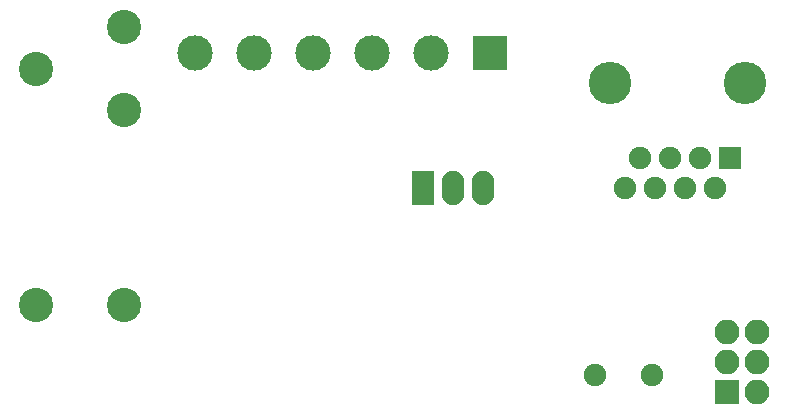
<source format=gbr>
G04 #@! TF.GenerationSoftware,KiCad,Pcbnew,(5.0.0)*
G04 #@! TF.CreationDate,2018-10-13T15:30:37-04:00*
G04 #@! TF.ProjectId,GLVColoumbCounterTest,474C56436F6C6F756D62436F756E7465,rev?*
G04 #@! TF.SameCoordinates,Original*
G04 #@! TF.FileFunction,Soldermask,Bot*
G04 #@! TF.FilePolarity,Negative*
%FSLAX46Y46*%
G04 Gerber Fmt 4.6, Leading zero omitted, Abs format (unit mm)*
G04 Created by KiCad (PCBNEW (5.0.0)) date 10/13/18 15:30:37*
%MOMM*%
%LPD*%
G01*
G04 APERTURE LIST*
%ADD10C,2.900000*%
%ADD11C,3.600000*%
%ADD12R,1.900000X1.900000*%
%ADD13C,1.900000*%
%ADD14R,3.000000X3.000000*%
%ADD15C,3.000000*%
%ADD16R,1.900000X2.900000*%
%ADD17O,1.900000X2.900000*%
%ADD18R,2.100000X2.100000*%
%ADD19O,2.100000X2.100000*%
G04 APERTURE END LIST*
D10*
G04 #@! TO.C,K1*
X109982000Y-54366000D03*
X102482000Y-50866000D03*
X109982000Y-47366000D03*
X102482000Y-70866000D03*
X109982000Y-70866000D03*
G04 #@! TD*
D11*
G04 #@! TO.C,J2*
X151130000Y-52070000D03*
X162560000Y-52070000D03*
D12*
X161290000Y-58420000D03*
D13*
X160020000Y-60960000D03*
X158750000Y-58420000D03*
X157480000Y-60960000D03*
X156210000Y-58420000D03*
X154940000Y-60960000D03*
X153670000Y-58420000D03*
X152400000Y-60960000D03*
G04 #@! TD*
D14*
G04 #@! TO.C,J1*
X140970000Y-49530000D03*
D15*
X135970000Y-49530000D03*
X130970000Y-49530000D03*
X125970000Y-49530000D03*
X120970000Y-49530000D03*
X115970000Y-49530000D03*
G04 #@! TD*
D16*
G04 #@! TO.C,U1*
X135255000Y-60960000D03*
D17*
X137795000Y-60960000D03*
X140335000Y-60960000D03*
G04 #@! TD*
D18*
G04 #@! TO.C,J3*
X161036000Y-78232000D03*
D19*
X163576000Y-78232000D03*
X161036000Y-75692000D03*
X163576000Y-75692000D03*
X161036000Y-73152000D03*
X163576000Y-73152000D03*
G04 #@! TD*
D13*
G04 #@! TO.C,Y1*
X154686000Y-76835000D03*
X149806000Y-76835000D03*
G04 #@! TD*
M02*

</source>
